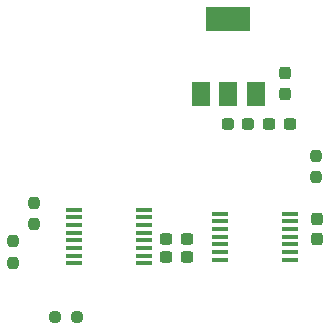
<source format=gbr>
%TF.GenerationSoftware,KiCad,Pcbnew,(6.0.0)*%
%TF.CreationDate,2022-01-23T22:47:39+07:00*%
%TF.ProjectId,NarWhelEncoderV2,4e617257-6865-46c4-956e-636f64657256,rev?*%
%TF.SameCoordinates,Original*%
%TF.FileFunction,Paste,Top*%
%TF.FilePolarity,Positive*%
%FSLAX46Y46*%
G04 Gerber Fmt 4.6, Leading zero omitted, Abs format (unit mm)*
G04 Created by KiCad (PCBNEW (6.0.0)) date 2022-01-23 22:47:39*
%MOMM*%
%LPD*%
G01*
G04 APERTURE LIST*
G04 Aperture macros list*
%AMRoundRect*
0 Rectangle with rounded corners*
0 $1 Rounding radius*
0 $2 $3 $4 $5 $6 $7 $8 $9 X,Y pos of 4 corners*
0 Add a 4 corners polygon primitive as box body*
4,1,4,$2,$3,$4,$5,$6,$7,$8,$9,$2,$3,0*
0 Add four circle primitives for the rounded corners*
1,1,$1+$1,$2,$3*
1,1,$1+$1,$4,$5*
1,1,$1+$1,$6,$7*
1,1,$1+$1,$8,$9*
0 Add four rect primitives between the rounded corners*
20,1,$1+$1,$2,$3,$4,$5,0*
20,1,$1+$1,$4,$5,$6,$7,0*
20,1,$1+$1,$6,$7,$8,$9,0*
20,1,$1+$1,$8,$9,$2,$3,0*%
G04 Aperture macros list end*
%ADD10RoundRect,0.237500X0.250000X0.237500X-0.250000X0.237500X-0.250000X-0.237500X0.250000X-0.237500X0*%
%ADD11RoundRect,0.237500X-0.287500X-0.237500X0.287500X-0.237500X0.287500X0.237500X-0.287500X0.237500X0*%
%ADD12RoundRect,0.237500X-0.300000X-0.237500X0.300000X-0.237500X0.300000X0.237500X-0.300000X0.237500X0*%
%ADD13RoundRect,0.237500X0.237500X-0.250000X0.237500X0.250000X-0.237500X0.250000X-0.237500X-0.250000X0*%
%ADD14R,1.475000X0.450000*%
%ADD15R,1.500000X2.000000*%
%ADD16R,3.800000X2.000000*%
%ADD17RoundRect,0.237500X-0.237500X0.250000X-0.237500X-0.250000X0.237500X-0.250000X0.237500X0.250000X0*%
%ADD18RoundRect,0.237500X0.237500X-0.300000X0.237500X0.300000X-0.237500X0.300000X-0.237500X-0.300000X0*%
G04 APERTURE END LIST*
D10*
%TO.C,R2*%
X154662500Y-124350000D03*
X152837500Y-124350000D03*
%TD*%
D11*
%TO.C,FB1*%
X167425000Y-107950000D03*
X169175000Y-107950000D03*
%TD*%
D12*
%TO.C,C4*%
X162237500Y-117700000D03*
X163962500Y-117700000D03*
%TD*%
D13*
%TO.C,R9*%
X151000000Y-116462500D03*
X151000000Y-114637500D03*
%TD*%
D14*
%TO.C,IC1*%
X166812000Y-115550000D03*
X166812000Y-116200000D03*
X166812000Y-116850000D03*
X166812000Y-117500000D03*
X166812000Y-118150000D03*
X166812000Y-118800000D03*
X166812000Y-119450000D03*
X172688000Y-119450000D03*
X172688000Y-118800000D03*
X172688000Y-118150000D03*
X172688000Y-117500000D03*
X172688000Y-116850000D03*
X172688000Y-116200000D03*
X172688000Y-115550000D03*
%TD*%
D15*
%TO.C,IC3*%
X165200000Y-105400000D03*
D16*
X167500000Y-99100000D03*
D15*
X167500000Y-105400000D03*
X169800000Y-105400000D03*
%TD*%
D17*
%TO.C,R1*%
X174950000Y-110637500D03*
X174950000Y-112462500D03*
%TD*%
D18*
%TO.C,C1*%
X172300000Y-105412500D03*
X172300000Y-103687500D03*
%TD*%
D12*
%TO.C,C5*%
X162237500Y-119250000D03*
X163962500Y-119250000D03*
%TD*%
%TO.C,C3*%
X170975000Y-107950000D03*
X172700000Y-107950000D03*
%TD*%
D17*
%TO.C,R10*%
X149300000Y-117887500D03*
X149300000Y-119712500D03*
%TD*%
D14*
%TO.C,IC2*%
X154462000Y-115225000D03*
X154462000Y-115875000D03*
X154462000Y-116525000D03*
X154462000Y-117175000D03*
X154462000Y-117825000D03*
X154462000Y-118475000D03*
X154462000Y-119125000D03*
X154462000Y-119775000D03*
X160338000Y-119775000D03*
X160338000Y-119125000D03*
X160338000Y-118475000D03*
X160338000Y-117825000D03*
X160338000Y-117175000D03*
X160338000Y-116525000D03*
X160338000Y-115875000D03*
X160338000Y-115225000D03*
%TD*%
D18*
%TO.C,C2*%
X175000000Y-117712500D03*
X175000000Y-115987500D03*
%TD*%
M02*

</source>
